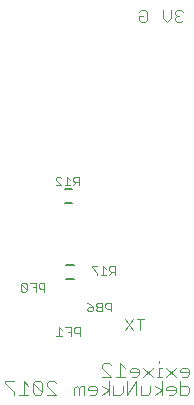
<source format=gbo>
G75*
%MOIN*%
%OFA0B0*%
%FSLAX25Y25*%
%IPPOS*%
%LPD*%
%AMOC8*
5,1,8,0,0,1.08239X$1,22.5*
%
%ADD10C,0.00400*%
%ADD11C,0.00300*%
%ADD12C,0.00600*%
D10*
X0015214Y0021050D02*
X0018284Y0017981D01*
X0018284Y0017213D01*
X0019818Y0017213D02*
X0022888Y0017213D01*
X0021353Y0017213D02*
X0021353Y0021817D01*
X0022888Y0020283D01*
X0024422Y0021050D02*
X0024422Y0017981D01*
X0025190Y0017213D01*
X0026724Y0017213D01*
X0027491Y0017981D01*
X0024422Y0021050D01*
X0025190Y0021817D01*
X0026724Y0021817D01*
X0027491Y0021050D01*
X0027491Y0017981D01*
X0029026Y0017213D02*
X0032095Y0017213D01*
X0029026Y0020283D01*
X0029026Y0021050D01*
X0029793Y0021817D01*
X0031328Y0021817D01*
X0032095Y0021050D01*
X0038234Y0019515D02*
X0038234Y0017213D01*
X0039769Y0017213D02*
X0039769Y0019515D01*
X0039001Y0020283D01*
X0038234Y0019515D01*
X0039769Y0019515D02*
X0040536Y0020283D01*
X0041303Y0020283D01*
X0041303Y0017213D01*
X0042838Y0018748D02*
X0042838Y0019515D01*
X0043605Y0020283D01*
X0045140Y0020283D01*
X0045907Y0019515D01*
X0045907Y0017981D01*
X0045140Y0017213D01*
X0043605Y0017213D01*
X0042838Y0018748D02*
X0045907Y0018748D01*
X0047442Y0017213D02*
X0049744Y0018748D01*
X0047442Y0020283D01*
X0047442Y0023213D02*
X0050511Y0023213D01*
X0047442Y0026283D01*
X0047442Y0027050D01*
X0048209Y0027817D01*
X0049744Y0027817D01*
X0050511Y0027050D01*
X0052046Y0023213D02*
X0055115Y0023213D01*
X0053580Y0023213D02*
X0053580Y0027817D01*
X0055115Y0026283D01*
X0056650Y0025515D02*
X0056650Y0024748D01*
X0059719Y0024748D01*
X0059719Y0023981D02*
X0059719Y0025515D01*
X0058952Y0026283D01*
X0057417Y0026283D01*
X0056650Y0025515D01*
X0057417Y0023213D02*
X0058952Y0023213D01*
X0059719Y0023981D01*
X0058952Y0021817D02*
X0055882Y0017213D01*
X0055882Y0021817D01*
X0054348Y0020283D02*
X0054348Y0017981D01*
X0053580Y0017213D01*
X0051278Y0017213D01*
X0051278Y0020283D01*
X0049744Y0021817D02*
X0049744Y0017213D01*
X0058952Y0017213D02*
X0058952Y0021817D01*
X0060486Y0020283D02*
X0060486Y0017213D01*
X0062788Y0017213D01*
X0063556Y0017981D01*
X0063556Y0020283D01*
X0065090Y0020283D02*
X0067392Y0018748D01*
X0065090Y0017213D01*
X0067392Y0017213D02*
X0067392Y0021817D01*
X0067392Y0023213D02*
X0065858Y0023213D01*
X0066625Y0023213D02*
X0066625Y0026283D01*
X0067392Y0026283D01*
X0066625Y0027817D02*
X0066625Y0028585D01*
X0064323Y0026283D02*
X0061254Y0023213D01*
X0064323Y0023213D02*
X0061254Y0026283D01*
X0068927Y0026283D02*
X0071996Y0023213D01*
X0073531Y0021817D02*
X0073531Y0017213D01*
X0075833Y0017213D01*
X0076600Y0017981D01*
X0076600Y0019515D01*
X0075833Y0020283D01*
X0073531Y0020283D01*
X0071996Y0019515D02*
X0071996Y0017981D01*
X0071229Y0017213D01*
X0069694Y0017213D01*
X0068927Y0018748D02*
X0071996Y0018748D01*
X0071996Y0019515D02*
X0071229Y0020283D01*
X0069694Y0020283D01*
X0068927Y0019515D01*
X0068927Y0018748D01*
X0068927Y0023213D02*
X0071996Y0026283D01*
X0073531Y0025515D02*
X0073531Y0024748D01*
X0076600Y0024748D01*
X0076600Y0023981D02*
X0076600Y0025515D01*
X0075833Y0026283D01*
X0074298Y0026283D01*
X0073531Y0025515D01*
X0074298Y0023213D02*
X0075833Y0023213D01*
X0076600Y0023981D01*
X0018284Y0021817D02*
X0015214Y0021817D01*
X0015214Y0021050D01*
X0060448Y0141313D02*
X0059764Y0141997D01*
X0059764Y0143365D01*
X0061132Y0143365D01*
X0059764Y0144733D02*
X0060448Y0145417D01*
X0061816Y0145417D01*
X0062500Y0144733D01*
X0062500Y0141997D01*
X0061816Y0141313D01*
X0060448Y0141313D01*
X0067721Y0142681D02*
X0067721Y0145417D01*
X0067721Y0142681D02*
X0069089Y0141313D01*
X0070456Y0142681D01*
X0070456Y0145417D01*
X0071864Y0144733D02*
X0071864Y0144049D01*
X0072548Y0143365D01*
X0071864Y0142681D01*
X0071864Y0141997D01*
X0072548Y0141313D01*
X0073916Y0141313D01*
X0074600Y0141997D01*
X0073232Y0143365D02*
X0072548Y0143365D01*
X0071864Y0144733D02*
X0072548Y0145417D01*
X0073916Y0145417D01*
X0074600Y0144733D01*
D11*
X0039850Y0089916D02*
X0039850Y0087013D01*
X0039850Y0087981D02*
X0038399Y0087981D01*
X0037915Y0088465D01*
X0037915Y0089432D01*
X0038399Y0089916D01*
X0039850Y0089916D01*
X0038883Y0087981D02*
X0037915Y0087013D01*
X0036903Y0087013D02*
X0034969Y0087013D01*
X0035936Y0087013D02*
X0035936Y0089916D01*
X0036903Y0088948D01*
X0033957Y0089432D02*
X0033473Y0089916D01*
X0032506Y0089916D01*
X0032022Y0089432D01*
X0032022Y0088948D01*
X0033957Y0087013D01*
X0032022Y0087013D01*
X0044022Y0060116D02*
X0044022Y0059632D01*
X0045957Y0057697D01*
X0045957Y0057213D01*
X0046969Y0057213D02*
X0048903Y0057213D01*
X0047936Y0057213D02*
X0047936Y0060116D01*
X0048903Y0059148D01*
X0049915Y0058665D02*
X0050399Y0058181D01*
X0051850Y0058181D01*
X0050883Y0058181D02*
X0049915Y0057213D01*
X0049915Y0058665D02*
X0049915Y0059632D01*
X0050399Y0060116D01*
X0051850Y0060116D01*
X0051850Y0057213D01*
X0050450Y0047866D02*
X0048999Y0047866D01*
X0048515Y0047382D01*
X0048515Y0046415D01*
X0048999Y0045931D01*
X0050450Y0045931D01*
X0050450Y0044963D02*
X0050450Y0047866D01*
X0047503Y0047866D02*
X0047503Y0044963D01*
X0046052Y0044963D01*
X0045569Y0045447D01*
X0045569Y0045931D01*
X0046052Y0046415D01*
X0047503Y0046415D01*
X0047503Y0047866D02*
X0046052Y0047866D01*
X0045569Y0047382D01*
X0045569Y0046898D01*
X0046052Y0046415D01*
X0044557Y0046415D02*
X0043106Y0046415D01*
X0042622Y0045931D01*
X0042622Y0045447D01*
X0043106Y0044963D01*
X0044073Y0044963D01*
X0044557Y0045447D01*
X0044557Y0046415D01*
X0043589Y0047382D01*
X0042622Y0047866D01*
X0040050Y0039666D02*
X0038599Y0039666D01*
X0038115Y0039182D01*
X0038115Y0038215D01*
X0038599Y0037731D01*
X0040050Y0037731D01*
X0040050Y0036763D02*
X0040050Y0039666D01*
X0037103Y0039666D02*
X0037103Y0036763D01*
X0037103Y0038215D02*
X0036136Y0038215D01*
X0037103Y0039666D02*
X0035169Y0039666D01*
X0034157Y0038698D02*
X0033189Y0039666D01*
X0033189Y0036763D01*
X0032222Y0036763D02*
X0034157Y0036763D01*
X0028290Y0051563D02*
X0028290Y0054466D01*
X0026838Y0054466D01*
X0026355Y0053982D01*
X0026355Y0053015D01*
X0026838Y0052531D01*
X0028290Y0052531D01*
X0025343Y0053015D02*
X0024376Y0053015D01*
X0025343Y0054466D02*
X0023408Y0054466D01*
X0022397Y0053982D02*
X0022397Y0052047D01*
X0020462Y0053982D01*
X0020462Y0052047D01*
X0020945Y0051563D01*
X0021913Y0051563D01*
X0022397Y0052047D01*
X0022397Y0053982D02*
X0021913Y0054466D01*
X0020945Y0054466D01*
X0020462Y0053982D01*
X0025343Y0054466D02*
X0025343Y0051563D01*
X0044022Y0060116D02*
X0045957Y0060116D01*
X0055298Y0042567D02*
X0057767Y0038863D01*
X0055298Y0038863D02*
X0057767Y0042567D01*
X0058981Y0042567D02*
X0061450Y0042567D01*
X0060216Y0042567D02*
X0060216Y0038863D01*
D12*
X0037981Y0055651D02*
X0035619Y0055651D01*
X0035619Y0060376D02*
X0037981Y0060376D01*
X0037581Y0081051D02*
X0035219Y0081051D01*
X0035219Y0085776D02*
X0037581Y0085776D01*
M02*

</source>
